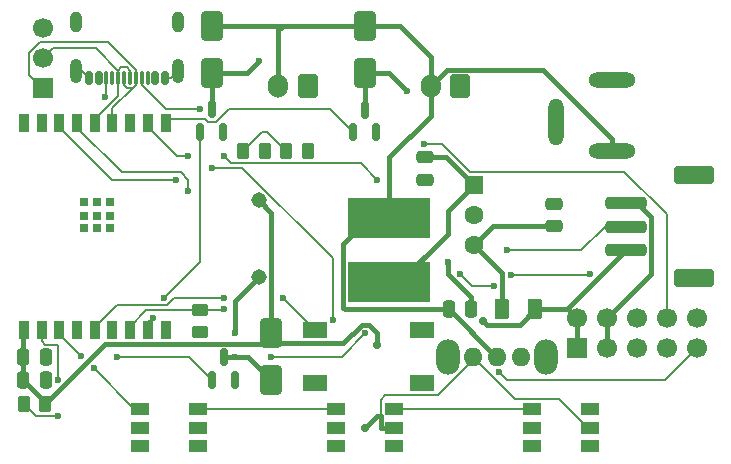
<source format=gbr>
%TF.GenerationSoftware,KiCad,Pcbnew,9.0.2*%
%TF.CreationDate,2025-06-03T14:55:11+02:00*%
%TF.ProjectId,aquarium-lid,61717561-7269-4756-9d2d-6c69642e6b69,2*%
%TF.SameCoordinates,Original*%
%TF.FileFunction,Copper,L1,Top*%
%TF.FilePolarity,Positive*%
%FSLAX46Y46*%
G04 Gerber Fmt 4.6, Leading zero omitted, Abs format (unit mm)*
G04 Created by KiCad (PCBNEW 9.0.2) date 2025-06-03 14:55:11*
%MOMM*%
%LPD*%
G01*
G04 APERTURE LIST*
G04 Aperture macros list*
%AMRoundRect*
0 Rectangle with rounded corners*
0 $1 Rounding radius*
0 $2 $3 $4 $5 $6 $7 $8 $9 X,Y pos of 4 corners*
0 Add a 4 corners polygon primitive as box body*
4,1,4,$2,$3,$4,$5,$6,$7,$8,$9,$2,$3,0*
0 Add four circle primitives for the rounded corners*
1,1,$1+$1,$2,$3*
1,1,$1+$1,$4,$5*
1,1,$1+$1,$6,$7*
1,1,$1+$1,$8,$9*
0 Add four rect primitives between the rounded corners*
20,1,$1+$1,$2,$3,$4,$5,0*
20,1,$1+$1,$4,$5,$6,$7,0*
20,1,$1+$1,$6,$7,$8,$9,0*
20,1,$1+$1,$8,$9,$2,$3,0*%
G04 Aperture macros list end*
%TA.AperFunction,SMDPad,CuDef*%
%ADD10RoundRect,0.250000X-0.475000X0.250000X-0.475000X-0.250000X0.475000X-0.250000X0.475000X0.250000X0*%
%TD*%
%TA.AperFunction,SMDPad,CuDef*%
%ADD11RoundRect,0.150000X0.150000X-0.587500X0.150000X0.587500X-0.150000X0.587500X-0.150000X-0.587500X0*%
%TD*%
%TA.AperFunction,ComponentPad*%
%ADD12RoundRect,0.250000X0.600000X0.750000X-0.600000X0.750000X-0.600000X-0.750000X0.600000X-0.750000X0*%
%TD*%
%TA.AperFunction,ComponentPad*%
%ADD13O,1.700000X2.000000*%
%TD*%
%TA.AperFunction,SMDPad,CuDef*%
%ADD14RoundRect,0.250000X0.450000X-0.262500X0.450000X0.262500X-0.450000X0.262500X-0.450000X-0.262500X0*%
%TD*%
%TA.AperFunction,ComponentPad*%
%ADD15R,1.700000X1.700000*%
%TD*%
%TA.AperFunction,ComponentPad*%
%ADD16C,1.700000*%
%TD*%
%TA.AperFunction,ComponentPad*%
%ADD17R,1.605000X1.605000*%
%TD*%
%TA.AperFunction,ComponentPad*%
%ADD18C,1.605000*%
%TD*%
%TA.AperFunction,SMDPad,CuDef*%
%ADD19R,1.500000X1.100000*%
%TD*%
%TA.AperFunction,SMDPad,CuDef*%
%ADD20RoundRect,0.250000X-0.250000X-0.475000X0.250000X-0.475000X0.250000X0.475000X-0.250000X0.475000X0*%
%TD*%
%TA.AperFunction,SMDPad,CuDef*%
%ADD21RoundRect,0.250000X0.262500X0.450000X-0.262500X0.450000X-0.262500X-0.450000X0.262500X-0.450000X0*%
%TD*%
%TA.AperFunction,SMDPad,CuDef*%
%ADD22RoundRect,0.250000X-0.650000X1.000000X-0.650000X-1.000000X0.650000X-1.000000X0.650000X1.000000X0*%
%TD*%
%TA.AperFunction,ComponentPad*%
%ADD23O,4.000000X1.300000*%
%TD*%
%TA.AperFunction,ComponentPad*%
%ADD24O,1.300000X4.000000*%
%TD*%
%TA.AperFunction,SMDPad,CuDef*%
%ADD25RoundRect,0.250000X0.250000X0.475000X-0.250000X0.475000X-0.250000X-0.475000X0.250000X-0.475000X0*%
%TD*%
%TA.AperFunction,SMDPad,CuDef*%
%ADD26R,7.000000X3.500000*%
%TD*%
%TA.AperFunction,SMDPad,CuDef*%
%ADD27R,2.100000X1.400000*%
%TD*%
%TA.AperFunction,ComponentPad*%
%ADD28C,1.308000*%
%TD*%
%TA.AperFunction,SMDPad,CuDef*%
%ADD29RoundRect,0.250000X1.500000X-0.250000X1.500000X0.250000X-1.500000X0.250000X-1.500000X-0.250000X0*%
%TD*%
%TA.AperFunction,SMDPad,CuDef*%
%ADD30RoundRect,0.250001X1.449999X-0.499999X1.449999X0.499999X-1.449999X0.499999X-1.449999X-0.499999X0*%
%TD*%
%TA.AperFunction,SMDPad,CuDef*%
%ADD31RoundRect,0.250000X-0.262500X-0.450000X0.262500X-0.450000X0.262500X0.450000X-0.262500X0.450000X0*%
%TD*%
%TA.AperFunction,SMDPad,CuDef*%
%ADD32R,0.900000X1.500000*%
%TD*%
%TA.AperFunction,SMDPad,CuDef*%
%ADD33R,0.700000X0.700000*%
%TD*%
%TA.AperFunction,SMDPad,CuDef*%
%ADD34RoundRect,0.250000X-0.375000X-0.625000X0.375000X-0.625000X0.375000X0.625000X-0.375000X0.625000X0*%
%TD*%
%TA.AperFunction,SMDPad,CuDef*%
%ADD35RoundRect,0.150000X0.150000X0.425000X-0.150000X0.425000X-0.150000X-0.425000X0.150000X-0.425000X0*%
%TD*%
%TA.AperFunction,SMDPad,CuDef*%
%ADD36RoundRect,0.075000X0.075000X0.500000X-0.075000X0.500000X-0.075000X-0.500000X0.075000X-0.500000X0*%
%TD*%
%TA.AperFunction,HeatsinkPad*%
%ADD37O,1.000000X2.100000*%
%TD*%
%TA.AperFunction,HeatsinkPad*%
%ADD38O,1.000000X1.800000*%
%TD*%
%TA.AperFunction,ComponentPad*%
%ADD39O,1.600000X1.600000*%
%TD*%
%TA.AperFunction,ComponentPad*%
%ADD40O,2.000000X3.000000*%
%TD*%
%TA.AperFunction,ViaPad*%
%ADD41C,0.700000*%
%TD*%
%TA.AperFunction,ViaPad*%
%ADD42C,0.600000*%
%TD*%
%TA.AperFunction,Conductor*%
%ADD43C,0.400000*%
%TD*%
%TA.AperFunction,Conductor*%
%ADD44C,0.200000*%
%TD*%
G04 APERTURE END LIST*
D10*
%TO.P,C2,1*%
%TO.N,Net-(PS1-+VIN)*%
X55050000Y-34100000D03*
%TO.P,C2,2*%
%TO.N,GND*%
X55050000Y-36000000D03*
%TD*%
D11*
%TO.P,Q3,1,G*%
%TO.N,/BUZZER_OUT*%
X37050000Y-52937500D03*
%TO.P,Q3,2,S*%
%TO.N,GND*%
X38950000Y-52937500D03*
%TO.P,Q3,3,D*%
%TO.N,Net-(D2-A)*%
X38000000Y-51062500D03*
%TD*%
D12*
%TO.P,J2,1,Pin_1*%
%TO.N,Net-(D4-A)*%
X45120000Y-28100000D03*
D13*
%TO.P,J2,2,Pin_2*%
%TO.N,+12V*%
X42620000Y-28100000D03*
%TD*%
D14*
%TO.P,R2,1*%
%TO.N,GND*%
X36000000Y-48912500D03*
%TO.P,R2,2*%
%TO.N,/TEMP_DATA*%
X36000000Y-47087500D03*
%TD*%
D15*
%TO.P,J1,1,Pin_1*%
%TO.N,/USB_D-*%
X22694589Y-28270286D03*
D16*
%TO.P,J1,2,Pin_2*%
%TO.N,/USB_D+*%
X22694589Y-25730286D03*
%TO.P,J1,3,Pin_3*%
%TO.N,GND*%
X22694589Y-23190286D03*
%TD*%
D17*
%TO.P,PS1,1,+VIN*%
%TO.N,Net-(PS1-+VIN)*%
X59225000Y-36460000D03*
D18*
%TO.P,PS1,2,GND*%
%TO.N,GND*%
X59225000Y-39000000D03*
%TO.P,PS1,3,+VOUT*%
%TO.N,Net-(PS1-+VOUT)*%
X59225000Y-41540000D03*
%TD*%
D19*
%TO.P,LED3,1,NC*%
%TO.N,unconnected-(LED3-NC-Pad1)*%
X69037500Y-58600000D03*
%TO.P,LED3,2,VDD*%
%TO.N,Net-(LED1-VDD)*%
X69037500Y-57000000D03*
%TO.P,LED3,3,DO*%
%TO.N,unconnected-(LED3-DO-Pad3)*%
X69037500Y-55400000D03*
%TO.P,LED3,4,DIN1*%
%TO.N,Net-(LED2-DO)*%
X64137500Y-55400000D03*
%TO.P,LED3,5,GND*%
%TO.N,GND*%
X64137500Y-57000000D03*
%TO.P,LED3,6,DIN2*%
%TO.N,unconnected-(LED3-DIN2-Pad6)*%
X64137500Y-58600000D03*
%TD*%
D20*
%TO.P,C3,1*%
%TO.N,+12V*%
X57050000Y-47000000D03*
%TO.P,C3,2*%
%TO.N,GND*%
X58950000Y-47000000D03*
%TD*%
D15*
%TO.P,J7,1,Pin_1*%
%TO.N,+3V3*%
X67920000Y-50275000D03*
D16*
%TO.P,J7,2,Pin_2*%
X67920000Y-47735000D03*
%TO.P,J7,3,Pin_3*%
%TO.N,GND*%
X70460000Y-50275000D03*
%TO.P,J7,4,Pin_4*%
X70460000Y-47735000D03*
%TO.P,J7,5,Pin_5*%
X73000000Y-50275000D03*
%TO.P,J7,6,Pin_6*%
%TO.N,/GPIO5*%
X73000000Y-47735000D03*
%TO.P,J7,7,Pin_7*%
%TO.N,/GPIO3*%
X75540000Y-50275000D03*
%TO.P,J7,8,Pin_8*%
%TO.N,/GPIO2*%
X75540000Y-47735000D03*
%TO.P,J7,9,Pin_9*%
%TO.N,/GPIO21*%
X78080000Y-50275000D03*
%TO.P,J7,10,Pin_10*%
%TO.N,/GPIO20*%
X78080000Y-47735000D03*
%TD*%
D21*
%TO.P,R1,1*%
%TO.N,+3V3*%
X22912500Y-55000000D03*
%TO.P,R1,2*%
%TO.N,Net-(U1-EN{slash}CHIP_PU)*%
X21087500Y-55000000D03*
%TD*%
D22*
%TO.P,D4,1,K*%
%TO.N,+12V*%
X37000000Y-23000000D03*
%TO.P,D4,2,A*%
%TO.N,Net-(D4-A)*%
X37000000Y-27000000D03*
%TD*%
D23*
%TO.P,DC1,1,3*%
%TO.N,GND*%
X70925000Y-27600000D03*
%TO.P,DC1,2,4*%
%TO.N,+12V*%
X70925000Y-33600000D03*
D24*
%TO.P,DC1,4,2*%
%TO.N,unconnected-(DC1-2-Pad4)*%
X66125000Y-31100000D03*
%TD*%
D22*
%TO.P,D3,1,K*%
%TO.N,+12V*%
X50000000Y-23000000D03*
%TO.P,D3,2,A*%
%TO.N,Net-(D3-A)*%
X50000000Y-27000000D03*
%TD*%
D19*
%TO.P,LED1,1,NC*%
%TO.N,unconnected-(LED1-NC-Pad1)*%
X35862500Y-58600000D03*
%TO.P,LED1,2,VDD*%
%TO.N,Net-(LED1-VDD)*%
X35862500Y-57000000D03*
%TO.P,LED1,3,DO*%
%TO.N,Net-(LED1-DO)*%
X35862500Y-55400000D03*
%TO.P,LED1,4,DIN1*%
%TO.N,/RBG_DATA*%
X30962500Y-55400000D03*
%TO.P,LED1,5,GND*%
%TO.N,GND*%
X30962500Y-57000000D03*
%TO.P,LED1,6,DIN2*%
%TO.N,unconnected-(LED1-DIN2-Pad6)*%
X30962500Y-58600000D03*
%TD*%
D25*
%TO.P,C5,1*%
%TO.N,GND*%
X22950000Y-51000000D03*
%TO.P,C5,2*%
%TO.N,+3V3*%
X21050000Y-51000000D03*
%TD*%
D22*
%TO.P,D2,1,K*%
%TO.N,+3V3*%
X42000000Y-49000000D03*
%TO.P,D2,2,A*%
%TO.N,Net-(D2-A)*%
X42000000Y-53000000D03*
%TD*%
D11*
%TO.P,Q1,1,G*%
%TO.N,/FAN1_PWM*%
X36050000Y-31937500D03*
%TO.P,Q1,2,S*%
%TO.N,GND*%
X37950000Y-31937500D03*
%TO.P,Q1,3,D*%
%TO.N,Net-(D4-A)*%
X37000000Y-30062500D03*
%TD*%
D26*
%TO.P,L1,1,1*%
%TO.N,+12V*%
X52000000Y-39300000D03*
%TO.P,L1,2,2*%
%TO.N,Net-(PS1-+VIN)*%
X52000000Y-44700000D03*
%TD*%
D11*
%TO.P,Q2,1,G*%
%TO.N,/FAN2_PWM*%
X49000000Y-32000000D03*
%TO.P,Q2,2,S*%
%TO.N,GND*%
X50900000Y-32000000D03*
%TO.P,Q2,3,D*%
%TO.N,Net-(D3-A)*%
X49950000Y-30125000D03*
%TD*%
D27*
%TO.P,SW1,1,1*%
%TO.N,Net-(U1-GPIO6)*%
X45737500Y-48750000D03*
%TO.P,SW1,2,2*%
%TO.N,GND*%
X45737500Y-53250000D03*
%TO.P,SW1,3*%
%TO.N,N/C*%
X54837500Y-48750000D03*
%TO.P,SW1,4*%
X54837500Y-53250000D03*
%TD*%
D10*
%TO.P,C1,1*%
%TO.N,GND*%
X66000000Y-38050000D03*
%TO.P,C1,2*%
%TO.N,Net-(PS1-+VOUT)*%
X66000000Y-39950000D03*
%TD*%
D28*
%TO.P,LS1,N*%
%TO.N,Net-(D2-A)*%
X41000000Y-44250000D03*
%TO.P,LS1,P*%
%TO.N,+3V3*%
X41000000Y-37750000D03*
%TD*%
D29*
%TO.P,J4,1,Pin_1*%
%TO.N,+3V3*%
X72050000Y-42000000D03*
%TO.P,J4,2,Pin_2*%
%TO.N,/TEMP_DATA*%
X72050000Y-40000000D03*
%TO.P,J4,3,Pin_3*%
%TO.N,GND*%
X72050000Y-38000000D03*
D30*
%TO.P,J4,MP*%
%TO.N,N/C*%
X77800000Y-44350000D03*
X77800000Y-35650000D03*
%TD*%
D21*
%TO.P,R3,1*%
%TO.N,Net-(J5-CC1)*%
X41497347Y-33598526D03*
%TO.P,R3,2*%
%TO.N,GND*%
X39672347Y-33598526D03*
%TD*%
D25*
%TO.P,C4,1*%
%TO.N,GND*%
X22950000Y-53000000D03*
%TO.P,C4,2*%
%TO.N,+3V3*%
X21050000Y-53000000D03*
%TD*%
D31*
%TO.P,R4,1*%
%TO.N,GND*%
X43290700Y-33589765D03*
%TO.P,R4,2*%
%TO.N,Net-(J5-CC2)*%
X45115700Y-33589765D03*
%TD*%
D19*
%TO.P,LED2,1,NC*%
%TO.N,unconnected-(LED2-NC-Pad1)*%
X52450000Y-58600000D03*
%TO.P,LED2,2,VDD*%
%TO.N,Net-(LED1-VDD)*%
X52450000Y-57000000D03*
%TO.P,LED2,3,DO*%
%TO.N,Net-(LED2-DO)*%
X52450000Y-55400000D03*
%TO.P,LED2,4,DIN1*%
%TO.N,Net-(LED1-DO)*%
X47550000Y-55400000D03*
%TO.P,LED2,5,GND*%
%TO.N,GND*%
X47550000Y-57000000D03*
%TO.P,LED2,6,DIN2*%
%TO.N,unconnected-(LED2-DIN2-Pad6)*%
X47550000Y-58600000D03*
%TD*%
D32*
%TO.P,U1,1,3V3*%
%TO.N,+3V3*%
X21100000Y-48750000D03*
%TO.P,U1,2,EN/CHIP_PU*%
%TO.N,Net-(U1-EN{slash}CHIP_PU)*%
X22600000Y-48750000D03*
%TO.P,U1,3,GPIO4/ADC1_CH4*%
%TO.N,/RBG_DATA*%
X24100000Y-48750000D03*
%TO.P,U1,4,GPIO5/ADC2_CH0*%
%TO.N,/GPIO5*%
X25600000Y-48750000D03*
%TO.P,U1,5,GPIO6*%
%TO.N,Net-(U1-GPIO6)*%
X27100000Y-48750000D03*
%TO.P,U1,6,GPIO7*%
%TO.N,/BUZZER_OUT*%
X28600000Y-48750000D03*
%TO.P,U1,7,GPIO8*%
%TO.N,/TEMP_DATA*%
X30100000Y-48750000D03*
%TO.P,U1,8,GPIO9*%
%TO.N,/FAN1_PWM*%
X31600000Y-48750000D03*
%TO.P,U1,9,GND*%
%TO.N,GND*%
X33100000Y-48750000D03*
%TO.P,U1,10,GPIO10*%
%TO.N,/FAN2_PWM*%
X33100000Y-31250000D03*
%TO.P,U1,11,GPIO20/U0RXD*%
%TO.N,/GPIO20*%
X31600000Y-31250000D03*
%TO.P,U1,12,GPIO21/U0TXD*%
%TO.N,/GPIO21*%
X30100000Y-31250000D03*
%TO.P,U1,13,GPIO18/USB_D-*%
%TO.N,/USB_D-*%
X28600000Y-31250000D03*
%TO.P,U1,14,GPIO19/USB_D+*%
%TO.N,/USB_D+*%
X27100000Y-31250000D03*
%TO.P,U1,15,GPIO3/ADC1_CH3*%
%TO.N,/GPIO3*%
X25600000Y-31250000D03*
%TO.P,U1,16,GPIO2/ADC1_CH2*%
%TO.N,/GPIO2*%
X24100000Y-31250000D03*
%TO.P,U1,17,GPIO1/ADC1_CH1/XTAL_32K_N*%
%TO.N,unconnected-(U1-GPIO1{slash}ADC1_CH1{slash}XTAL_32K_N-Pad17)*%
X22600000Y-31250000D03*
%TO.P,U1,18,GPIO0/ADC1_CH0/XTAL_32K_P*%
%TO.N,unconnected-(U1-GPIO0{slash}ADC1_CH0{slash}XTAL_32K_P-Pad18)*%
X21100000Y-31250000D03*
D33*
%TO.P,U1,19,GND*%
%TO.N,GND*%
X26200000Y-40140000D03*
X27300000Y-40140000D03*
X28400000Y-40140000D03*
X26200000Y-39090000D03*
X27300000Y-39090000D03*
X28400000Y-39090000D03*
X26200000Y-37940000D03*
X27300000Y-37940000D03*
X28400000Y-37940000D03*
%TD*%
D34*
%TO.P,F1,1*%
%TO.N,Net-(PS1-+VOUT)*%
X61600000Y-47000000D03*
%TO.P,F1,2*%
%TO.N,+3V3*%
X64400000Y-47000000D03*
%TD*%
D35*
%TO.P,J5,A1,GND*%
%TO.N,GND*%
X33035000Y-27380000D03*
%TO.P,J5,A4,VBUS*%
%TO.N,unconnected-(J5-VBUS-PadA4)_3*%
X32235000Y-27380000D03*
D36*
%TO.P,J5,A5,CC1*%
%TO.N,Net-(J5-CC1)*%
X31085000Y-27380000D03*
%TO.P,J5,A6,D+*%
%TO.N,/USB_D+*%
X30085000Y-27380000D03*
%TO.P,J5,A7,D-*%
%TO.N,/USB_D-*%
X29585000Y-27380000D03*
%TO.P,J5,A8*%
%TO.N,N/C*%
X28585000Y-27380000D03*
D35*
%TO.P,J5,A9,VBUS*%
%TO.N,unconnected-(J5-VBUS-PadA4)_2*%
X27435000Y-27380000D03*
%TO.P,J5,A12,GND*%
%TO.N,GND*%
X26635000Y-27380000D03*
%TO.P,J5,B1,GND*%
X26635000Y-27380000D03*
%TO.P,J5,B4,VBUS*%
%TO.N,unconnected-(J5-VBUS-PadA4)_1*%
X27435000Y-27380000D03*
D36*
%TO.P,J5,B5,CC2*%
%TO.N,Net-(J5-CC2)*%
X28085000Y-27380000D03*
%TO.P,J5,B6,D+*%
%TO.N,/USB_D+*%
X29085000Y-27380000D03*
%TO.P,J5,B7,D-*%
%TO.N,/USB_D-*%
X30585000Y-27380000D03*
%TO.P,J5,B8*%
%TO.N,N/C*%
X31585000Y-27380000D03*
D35*
%TO.P,J5,B9,VBUS*%
%TO.N,unconnected-(J5-VBUS-PadA4)*%
X32235000Y-27380000D03*
%TO.P,J5,B12,GND*%
%TO.N,GND*%
X33035000Y-27380000D03*
D37*
%TO.P,J5,S1,SHIELD*%
X34155000Y-26805000D03*
D38*
X34155000Y-22625000D03*
D37*
X25515000Y-26805000D03*
D38*
X25515000Y-22625000D03*
%TD*%
D12*
%TO.P,J3,1,Pin_1*%
%TO.N,Net-(D3-A)*%
X58035000Y-28100000D03*
D13*
%TO.P,J3,2,Pin_2*%
%TO.N,+12V*%
X55535000Y-28100000D03*
%TD*%
D39*
%TO.P,SW2,1,1*%
%TO.N,unconnected-(SW2-Pad1)*%
X63150000Y-51000000D03*
%TO.P,SW2,2,2*%
%TO.N,+12V*%
X61150000Y-51000000D03*
%TO.P,SW2,3,3*%
%TO.N,Net-(LED1-VDD)*%
X59150000Y-51000000D03*
D40*
%TO.P,SW2,4,4*%
%TO.N,unconnected-(SW2-Pad4)*%
X57000000Y-51000000D03*
%TO.P,SW2,5,5*%
%TO.N,unconnected-(SW2-Pad5)*%
X65300000Y-51000000D03*
%TD*%
D41*
%TO.N,+3V3*%
X51000000Y-50000000D03*
X60000000Y-48000000D03*
D42*
%TO.N,Net-(D3-A)*%
X53500000Y-28500000D03*
%TO.N,Net-(D4-A)*%
X41000000Y-26000000D03*
%TO.N,/RBG_DATA*%
X27000000Y-52000000D03*
X25961275Y-50961275D03*
%TO.N,GND*%
X22950000Y-51000000D03*
X38950000Y-52937500D03*
X50900000Y-32000000D03*
X28400000Y-37940000D03*
X55050000Y-36000000D03*
X37950000Y-31937500D03*
X26200000Y-39090000D03*
X27300000Y-40140000D03*
X28400000Y-39090000D03*
X27300000Y-37940000D03*
X64137500Y-57000000D03*
X26200000Y-37940000D03*
X28400000Y-40140000D03*
X33100000Y-48750000D03*
X45737500Y-53250000D03*
X57000000Y-43000000D03*
X26200000Y-40140000D03*
X22950000Y-53000000D03*
X30962500Y-57000000D03*
X43290700Y-33589765D03*
X36000000Y-48912500D03*
X39672347Y-33598526D03*
X72050000Y-38000000D03*
X47550000Y-57000000D03*
X66000000Y-38050000D03*
X58950000Y-47000000D03*
X27300000Y-39090000D03*
%TO.N,/FAN1_PWM*%
X33000000Y-46000000D03*
X32000000Y-47687500D03*
%TO.N,/BUZZER_OUT*%
X28600000Y-48750000D03*
X29000000Y-51000000D03*
%TO.N,Net-(U1-EN{slash}CHIP_PU)*%
X23961275Y-52961275D03*
X24000000Y-56000000D03*
%TO.N,Net-(U1-GPIO6)*%
X38000000Y-46000000D03*
X43000000Y-46000000D03*
%TO.N,/TEMP_DATA*%
X38000000Y-47000000D03*
X62000000Y-42000000D03*
%TO.N,Net-(J5-CC1)*%
X41497347Y-33598526D03*
X36000000Y-30000000D03*
%TO.N,Net-(J5-CC2)*%
X45115700Y-33589765D03*
X28000000Y-29000000D03*
%TO.N,Net-(D2-A)*%
X39000000Y-51062500D03*
X39000000Y-49000000D03*
D41*
%TO.N,Net-(LED1-VDD)*%
X50000000Y-57000000D03*
X35862500Y-57000000D03*
D42*
%TO.N,/GPIO3*%
X60900000Y-45000000D03*
X58000000Y-44000000D03*
X35000000Y-37000000D03*
%TO.N,/GPIO2*%
X34000000Y-36000000D03*
X55000000Y-33000000D03*
%TO.N,/GPIO20*%
X35000000Y-34000000D03*
X51000000Y-36000000D03*
X38000000Y-34000000D03*
%TO.N,/GPIO5*%
X25600000Y-48750000D03*
X42000000Y-51000000D03*
X50000000Y-49000000D03*
X62300000Y-44060501D03*
X69000000Y-44000000D03*
%TO.N,/GPIO21*%
X37000000Y-35000000D03*
X61290873Y-52292344D03*
X30100000Y-31250000D03*
X47274210Y-47935480D03*
%TD*%
D43*
%TO.N,+3V3*%
X22912500Y-54862500D02*
X21050000Y-53000000D01*
X50290364Y-48299000D02*
X49709636Y-48299000D01*
X21050000Y-51000000D02*
X21050000Y-48800000D01*
X63124000Y-48276000D02*
X60276000Y-48276000D01*
X22912500Y-55000000D02*
X22912500Y-54862500D01*
X67920000Y-47735000D02*
X67920000Y-50275000D01*
X49709636Y-48299000D02*
X48157636Y-49851000D01*
X27988500Y-49924000D02*
X41076000Y-49924000D01*
X48157636Y-49851000D02*
X42851000Y-49851000D01*
X60276000Y-48276000D02*
X60000000Y-48000000D01*
X67185000Y-47000000D02*
X67920000Y-47735000D01*
X67050000Y-47000000D02*
X67185000Y-47000000D01*
X42055000Y-48945000D02*
X42055000Y-38805000D01*
X41076000Y-49924000D02*
X42000000Y-49000000D01*
X42851000Y-49851000D02*
X42000000Y-49000000D01*
X64400000Y-47000000D02*
X63124000Y-48276000D01*
X64400000Y-47000000D02*
X67050000Y-47000000D01*
X42055000Y-38805000D02*
X41000000Y-37750000D01*
X22912500Y-55000000D02*
X27988500Y-49924000D01*
X21050000Y-53000000D02*
X21050000Y-51000000D01*
X67050000Y-47000000D02*
X72050000Y-42000000D01*
X51000000Y-50000000D02*
X51000000Y-49008636D01*
X42000000Y-49000000D02*
X42055000Y-48945000D01*
X21050000Y-48800000D02*
X21100000Y-48750000D01*
X51000000Y-49008636D02*
X50290364Y-48299000D01*
%TO.N,Net-(D3-A)*%
X49950000Y-30125000D02*
X49950000Y-27050000D01*
X53500000Y-28500000D02*
X52000000Y-27000000D01*
X52000000Y-27000000D02*
X50000000Y-27000000D01*
X49950000Y-27050000D02*
X50000000Y-27000000D01*
%TO.N,+12V*%
X70925000Y-32550000D02*
X65074000Y-26699000D01*
X50250000Y-39300000D02*
X52000000Y-39300000D01*
X70925000Y-33600000D02*
X70925000Y-32550000D01*
X52935000Y-23000000D02*
X50000000Y-23000000D01*
X52000000Y-34135000D02*
X52000000Y-39300000D01*
X57050000Y-47000000D02*
X48248000Y-47000000D01*
X42620000Y-23380000D02*
X43000000Y-23000000D01*
X56936000Y-26699000D02*
X55535000Y-28100000D01*
X48099000Y-46851000D02*
X48099000Y-41451000D01*
X50000000Y-23000000D02*
X43000000Y-23000000D01*
X42620000Y-28100000D02*
X42620000Y-23380000D01*
X61050000Y-51000000D02*
X61150000Y-51000000D01*
X55535000Y-28100000D02*
X55535000Y-25600000D01*
X55535000Y-30600000D02*
X55535000Y-28100000D01*
X43000000Y-23000000D02*
X37000000Y-23000000D01*
X55535000Y-25600000D02*
X52935000Y-23000000D01*
X57050000Y-47000000D02*
X61050000Y-51000000D01*
X48099000Y-41451000D02*
X50250000Y-39300000D01*
X65074000Y-26699000D02*
X56936000Y-26699000D01*
X48248000Y-47000000D02*
X48099000Y-46851000D01*
X52000000Y-34135000D02*
X55535000Y-30600000D01*
%TO.N,Net-(D4-A)*%
X45120000Y-28100000D02*
X45120000Y-27880000D01*
X37000000Y-30062500D02*
X37000000Y-27000000D01*
X37000000Y-27000000D02*
X40000000Y-27000000D01*
X40000000Y-27000000D02*
X41000000Y-26000000D01*
D44*
%TO.N,Net-(LED1-DO)*%
X35862500Y-55400000D02*
X47550000Y-55400000D01*
%TO.N,/RBG_DATA*%
X30962500Y-55400000D02*
X30400000Y-55400000D01*
X30400000Y-55400000D02*
X27000000Y-52000000D01*
X24100000Y-49100000D02*
X24100000Y-48750000D01*
X25961275Y-50961275D02*
X24100000Y-49100000D01*
D43*
%TO.N,GND*%
X58950000Y-45950000D02*
X57000000Y-44000000D01*
D44*
X25515000Y-26805000D02*
X26060000Y-26805000D01*
D43*
X57000000Y-44000000D02*
X57000000Y-43000000D01*
D44*
X41270873Y-32000000D02*
X39672347Y-33598526D01*
X33580000Y-27380000D02*
X34155000Y-26805000D01*
D43*
X70460000Y-47735000D02*
X70460000Y-50275000D01*
X70460000Y-47735000D02*
X74201000Y-43994000D01*
D44*
X43290700Y-33589765D02*
X41700935Y-32000000D01*
D43*
X74201000Y-43994000D02*
X74201000Y-39201000D01*
D44*
X33035000Y-27380000D02*
X33580000Y-27380000D01*
D43*
X74201000Y-39201000D02*
X73000000Y-38000000D01*
D44*
X26060000Y-26805000D02*
X26635000Y-27380000D01*
D43*
X58950000Y-47000000D02*
X58950000Y-45950000D01*
D44*
X41700935Y-32000000D02*
X41270873Y-32000000D01*
D43*
X73000000Y-38000000D02*
X72050000Y-38000000D01*
D44*
%TO.N,Net-(LED2-DO)*%
X52450000Y-55400000D02*
X64137500Y-55400000D01*
%TO.N,/FAN1_PWM*%
X31600000Y-48087500D02*
X32000000Y-47687500D01*
X31600000Y-48750000D02*
X31600000Y-48087500D01*
X36050000Y-42950000D02*
X36050000Y-31937500D01*
X33000000Y-46000000D02*
X36050000Y-42950000D01*
%TO.N,/FAN2_PWM*%
X38441968Y-30000000D02*
X47000000Y-30000000D01*
X33100000Y-31250000D02*
X33509032Y-30840968D01*
X36399000Y-30840968D02*
X36659032Y-31101000D01*
X47000000Y-30000000D02*
X49000000Y-32000000D01*
X37340968Y-31101000D02*
X38441968Y-30000000D01*
X36659032Y-31101000D02*
X37340968Y-31101000D01*
X33509032Y-30840968D02*
X36399000Y-30840968D01*
%TO.N,/BUZZER_OUT*%
X37050000Y-52937500D02*
X35112500Y-51000000D01*
X35112500Y-51000000D02*
X29000000Y-51000000D01*
%TO.N,Net-(U1-EN{slash}CHIP_PU)*%
X22087500Y-56000000D02*
X21087500Y-55000000D01*
X23961275Y-49986725D02*
X23961275Y-52961275D01*
X22874000Y-49974000D02*
X23948550Y-49974000D01*
X23948550Y-49974000D02*
X23961275Y-49986725D01*
X22600000Y-49700000D02*
X22874000Y-49974000D01*
X22600000Y-48750000D02*
X22600000Y-49700000D01*
X24000000Y-56000000D02*
X22087500Y-56000000D01*
%TO.N,Net-(U1-GPIO6)*%
X43000000Y-46012500D02*
X43000000Y-46000000D01*
X28949000Y-46601000D02*
X27100000Y-48450000D01*
X45737500Y-48750000D02*
X43000000Y-46012500D01*
X38000000Y-46000000D02*
X33849943Y-46000000D01*
X27100000Y-48450000D02*
X27100000Y-48750000D01*
X33248943Y-46601000D02*
X28949000Y-46601000D01*
X33849943Y-46000000D02*
X33248943Y-46601000D01*
%TO.N,/TEMP_DATA*%
X36000000Y-47087500D02*
X31460500Y-47087500D01*
X70300000Y-40000000D02*
X68300000Y-42000000D01*
X31460500Y-47087500D02*
X30100000Y-48448000D01*
X30100000Y-48448000D02*
X30100000Y-48750000D01*
X68300000Y-42000000D02*
X62000000Y-42000000D01*
X37912500Y-47087500D02*
X36000000Y-47087500D01*
X38000000Y-47000000D02*
X37912500Y-47087500D01*
X72050000Y-40000000D02*
X70300000Y-40000000D01*
D43*
%TO.N,Net-(PS1-+VIN)*%
X52878585Y-44700000D02*
X57000000Y-40578585D01*
X52000000Y-44700000D02*
X52878585Y-44700000D01*
X57000000Y-40578585D02*
X57000000Y-38685000D01*
X55050000Y-34100000D02*
X56865000Y-34100000D01*
X57000000Y-38685000D02*
X59225000Y-36460000D01*
X56865000Y-34100000D02*
X59225000Y-36460000D01*
%TO.N,Net-(PS1-+VOUT)*%
X66000000Y-39950000D02*
X60815000Y-39950000D01*
X61600000Y-43915000D02*
X61600000Y-47000000D01*
X59225000Y-41540000D02*
X61600000Y-43915000D01*
X60815000Y-39950000D02*
X59225000Y-41540000D01*
D44*
%TO.N,/USB_D-*%
X22694589Y-28270286D02*
X21543589Y-27119286D01*
X29585000Y-27988824D02*
X29852176Y-28256000D01*
X30585000Y-27988824D02*
X30585000Y-27380000D01*
X21543589Y-27119286D02*
X21543589Y-25253526D01*
X21543589Y-25253526D02*
X22455829Y-24341286D01*
X28600000Y-29973824D02*
X28600000Y-31250000D01*
X29585000Y-27380000D02*
X29585000Y-27988824D01*
X29852176Y-28256000D02*
X30317824Y-28256000D01*
X28222210Y-24341286D02*
X30585000Y-26704076D01*
X30317824Y-28256000D02*
X28600000Y-29973824D01*
X30317824Y-28256000D02*
X30585000Y-27988824D01*
X30585000Y-26704076D02*
X30585000Y-27380000D01*
X22455829Y-24341286D02*
X28222210Y-24341286D01*
%TO.N,/USB_D+*%
X27194110Y-24880286D02*
X29085000Y-26771176D01*
X29085000Y-26771176D02*
X29085000Y-27380000D01*
X30085000Y-27380000D02*
X30085000Y-27855000D01*
X23544589Y-24880286D02*
X27194110Y-24880286D01*
X29817824Y-26504000D02*
X30085000Y-26771176D01*
X29085000Y-27380000D02*
X29085000Y-28915000D01*
X29352176Y-26504000D02*
X29817824Y-26504000D01*
X30085000Y-26771176D02*
X30085000Y-27380000D01*
X22694589Y-25730286D02*
X23544589Y-24880286D01*
X29085000Y-26771176D02*
X29352176Y-26504000D01*
X29085000Y-28915000D02*
X27100000Y-30900000D01*
X27100000Y-30900000D02*
X27100000Y-31250000D01*
%TO.N,Net-(J5-CC1)*%
X31085000Y-27380000D02*
X31085000Y-27988824D01*
X33096176Y-30000000D02*
X36000000Y-30000000D01*
X31085000Y-27988824D02*
X33096176Y-30000000D01*
%TO.N,Net-(J5-CC2)*%
X28085000Y-27380000D02*
X28085000Y-28915000D01*
X28085000Y-28915000D02*
X28000000Y-29000000D01*
D43*
%TO.N,Net-(D2-A)*%
X39000000Y-51062500D02*
X38000000Y-51062500D01*
X39000000Y-46250000D02*
X39000000Y-49000000D01*
X41000000Y-44250000D02*
X39000000Y-46250000D01*
X42000000Y-53000000D02*
X40062500Y-51062500D01*
X40062500Y-51062500D02*
X39000000Y-51062500D01*
%TO.N,Net-(LED1-VDD)*%
X51000000Y-56000000D02*
X50000000Y-57000000D01*
D44*
X66386500Y-54549000D02*
X68837500Y-57000000D01*
D43*
X51299000Y-56999000D02*
X51300000Y-57000000D01*
D44*
X51299000Y-54649000D02*
X51299000Y-56000000D01*
D43*
X51299000Y-56000000D02*
X51299000Y-56999000D01*
X35862500Y-57000000D02*
X36000000Y-57000000D01*
D44*
X62699000Y-54549000D02*
X66386500Y-54549000D01*
D43*
X51300000Y-57000000D02*
X52450000Y-57000000D01*
X51299000Y-56000000D02*
X51000000Y-56000000D01*
D44*
X59150000Y-51000000D02*
X59150000Y-51289500D01*
X68837500Y-57000000D02*
X69037500Y-57000000D01*
X59150000Y-51000000D02*
X62699000Y-54549000D01*
X56188500Y-54251000D02*
X51697000Y-54251000D01*
X51697000Y-54251000D02*
X51299000Y-54649000D01*
X59150000Y-51289500D02*
X56188500Y-54251000D01*
%TO.N,/GPIO3*%
X34399000Y-35399000D02*
X35000000Y-36000000D01*
X29399000Y-35399000D02*
X34399000Y-35399000D01*
X58000000Y-44000000D02*
X59000000Y-45000000D01*
X59000000Y-45000000D02*
X60900000Y-45000000D01*
X25600000Y-31600000D02*
X29399000Y-35399000D01*
X35000000Y-36000000D02*
X35000000Y-37000000D01*
X25600000Y-31250000D02*
X25600000Y-31600000D01*
%TO.N,/GPIO2*%
X75540000Y-38953840D02*
X71942660Y-35356500D01*
X58830020Y-35356500D02*
X56473520Y-33000000D01*
X56473520Y-33000000D02*
X55000000Y-33000000D01*
X24100000Y-31550000D02*
X24100000Y-31250000D01*
X28550000Y-36000000D02*
X24100000Y-31550000D01*
X71942660Y-35356500D02*
X58830020Y-35356500D01*
X34000000Y-36000000D02*
X28550000Y-36000000D01*
X75540000Y-47735000D02*
X75540000Y-38953840D01*
%TO.N,/GPIO20*%
X38599000Y-34599000D02*
X49599000Y-34599000D01*
X38000000Y-34000000D02*
X38599000Y-34599000D01*
X49599000Y-34599000D02*
X51000000Y-36000000D01*
X31600000Y-31250000D02*
X31600000Y-31550000D01*
X31600000Y-31550000D02*
X34050000Y-34000000D01*
X34050000Y-34000000D02*
X35000000Y-34000000D01*
%TO.N,/GPIO5*%
X48000000Y-51000000D02*
X42000000Y-51000000D01*
X62300000Y-44060501D02*
X68939499Y-44060501D01*
X50000000Y-49000000D02*
X48000000Y-51000000D01*
X68939499Y-44060501D02*
X69000000Y-44000000D01*
%TO.N,/GPIO21*%
X47274210Y-42673636D02*
X39600574Y-35000000D01*
X61998529Y-53000000D02*
X61290873Y-52292344D01*
X39600574Y-35000000D02*
X37000000Y-35000000D01*
X75355000Y-53000000D02*
X61998529Y-53000000D01*
X78080000Y-50275000D02*
X75355000Y-53000000D01*
X47274210Y-47935480D02*
X47274210Y-42673636D01*
%TD*%
M02*

</source>
